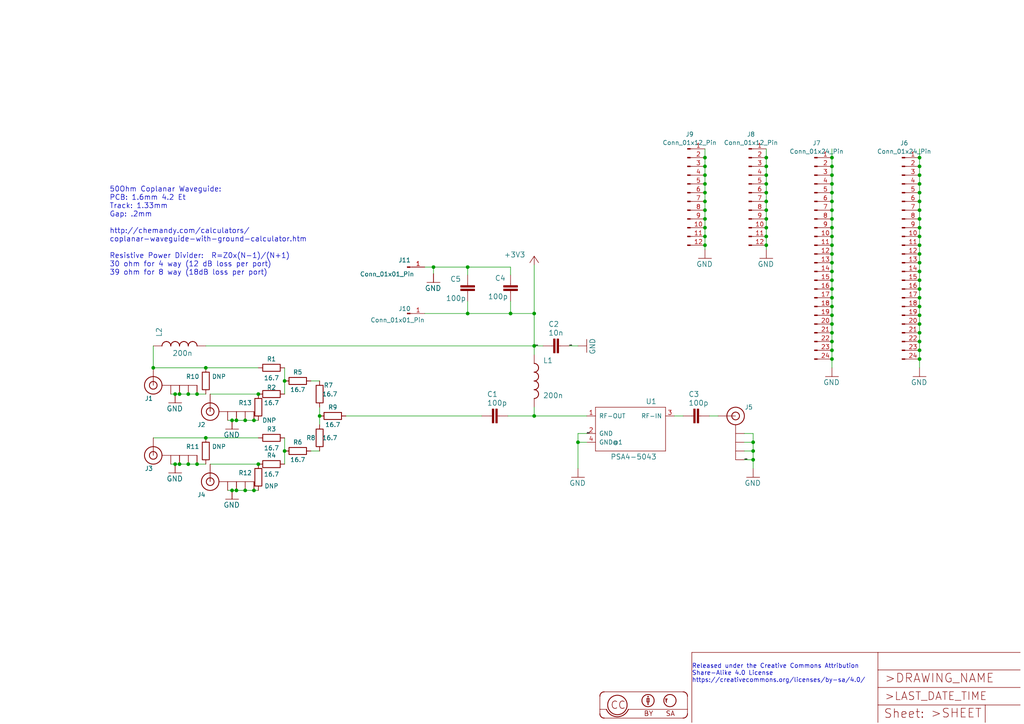
<source format=kicad_sch>
(kicad_sch (version 20230121) (generator eeschema)
  (paper "A4")
  (lib_symbols
    (symbol "ActiveSplitter-eagle-import:+3V3" (power) (pin_names (offset 1.016))
      (property "Value" "+3V3" (at -2.54 -5.08 90))
      (symbol "+3V3_1_0"
        (polyline (pts (xy 0 0) (xy -1.27 -1.905)))
        (polyline (pts (xy 1.27 -1.905) (xy 0 0)))
        (pin power_in line (at 0 -2.54 90) (length 2.54) (name "+3V3") (number "1"))
      )
    )
    (symbol "ActiveSplitter-eagle-import:C-EUC0603" (pin_names (offset 1.016))
      (property "Reference" "C" (at 1.524 0.381 0))
      (property "Value" "C-EUC0603" (at 1.524 -4.699 0))
      (symbol "C-EUC0603_1_0"
        (rectangle (start -2.032 -2.032) (end 2.032 -1.524) (fill (type outline)))
        (rectangle (start -2.032 -1.016) (end 2.032 -0.508) (fill (type outline)))
        (polyline (pts (xy 0 -2.54) (xy 0 -2.032)))
        (polyline (pts (xy 0 0) (xy 0 -0.508)))
        (pin passive line (at 0 2.54 270) (length 2.54) (name "1") (number "1"))
        (pin passive line (at 0 -5.08 90) (length 2.54) (name "2") (number "2"))
      )
    )
    (symbol "ActiveSplitter-eagle-import:CC_BY-SA" (pin_names (offset 1.016))
      (property "Value" "CC_BY-SA" (at 16.764 0 0))
      (symbol "CC_BY-SA_1_0"
        (polyline (pts (xy 0 1.27) (xy 0 2.54)))
        (polyline (pts (xy 0 2.54) (xy 0 6.35)))
        (polyline (pts (xy 0 2.54) (xy 1.905 2.54)))
        (polyline (pts (xy 1.27 7.62) (xy 24.13 7.62)))
        (polyline (pts (xy 13.589 4.699) (xy 13.589 5.715)))
        (polyline (pts (xy 13.589 5.715) (xy 14.351 5.715)))
        (polyline (pts (xy 13.843 3.937) (xy 13.843 5.715)))
        (polyline (pts (xy 13.843 5.715) (xy 14.097 5.715)))
        (polyline (pts (xy 13.843 6.096) (xy 13.843 6.35)))
        (polyline (pts (xy 13.843 6.35) (xy 14.097 6.35)))
        (polyline (pts (xy 14.097 3.937) (xy 13.843 3.937)))
        (polyline (pts (xy 14.097 5.715) (xy 14.097 3.937)))
        (polyline (pts (xy 14.097 6.096) (xy 13.843 6.096)))
        (polyline (pts (xy 14.097 6.35) (xy 14.097 6.096)))
        (polyline (pts (xy 14.351 4.699) (xy 13.589 4.699)))
        (polyline (pts (xy 14.351 5.715) (xy 14.351 4.699)))
        (polyline (pts (xy 19.05 5.588) (xy 19.304 5.334)))
        (polyline (pts (xy 19.05 5.588) (xy 19.558 5.588)))
        (polyline (pts (xy 19.304 5.08) (xy 19.05 5.588)))
        (polyline (pts (xy 19.558 5.588) (xy 19.304 5.08)))
        (polyline (pts (xy 24.13 0) (xy 1.27 0)))
        (polyline (pts (xy 25.4 2.54) (xy 8.255 2.54)))
        (polyline (pts (xy 25.4 2.54) (xy 25.4 1.27)))
        (polyline (pts (xy 25.4 6.35) (xy 25.4 2.54)))
        (arc (start 0 1.27) (mid 0.372 0.372) (end 1.27 0) (stroke (width 0.254)))
        (arc (start 1.27 7.62) (mid 0.372 7.248) (end 0 6.35) (stroke (width 0.254)))
        (arc (start 1.905 2.54) (mid 5.08 0.3904) (end 8.255 2.54) (stroke (width 0.254)))
        (circle (center 5.08 3.81) (radius 2.8194) (stroke (width 0.254)))
        (circle (center 13.97 5.08) (radius 1.778) (stroke (width 0.254)))
        (arc (start 19.304 5.588) (mid 19.1841 5.08) (end 19.304 4.572) (stroke (width 0.254)))
        (circle (center 20.32 5.08) (radius 1.778) (stroke (width 0.254)))
        (arc (start 24.13 0) (mid 25.028 0.372) (end 25.4 1.27) (stroke (width 0.254)))
        (arc (start 25.4 6.35) (mid 25.028 7.248) (end 24.13 7.62) (stroke (width 0.254)))
        (text "BY" (at 12.7 0.508 0) (effects (font (size 1.4224 1.4224)) (justify left bottom)))
        (text "CC" (at 3.048 2.54 0) (effects (font (size 2.159 2.159)) (justify left bottom)))
        (text "SA" (at 19.05 0.508 0) (effects (font (size 1.4224 1.4224)) (justify left bottom)))
      )
      (symbol "CC_BY-SA_2_0"
        (text "Attribution Share-Alike 3.0 License" (at 0 5.08 0) (effects (font (size 1.4224 1.4224)) (justify left bottom)))
        (text "Design by:" (at 0 0 0) (effects (font (size 1.4986 1.4986)) (justify left bottom)))
        (text "http://creativecommons.org/licenses/by-sa/3.0" (at 0 2.54 0) (effects (font (size 1.143 1.143)) (justify left bottom)))
        (text "Released under the Creative Commons" (at 0 7.62 0) (effects (font (size 1.4224 1.4224)) (justify left bottom)))
      )
    )
    (symbol "ActiveSplitter-eagle-import:DINA5_L" (pin_names (offset 1.016))
      (symbol "DINA5_L_1_0"
        (polyline (pts (xy 85.09 3.81) (xy 85.09 24.13)))
        (polyline (pts (xy 85.09 24.13) (xy 139.065 24.13)))
        (polyline (pts (xy 139.065 8.89) (xy 139.065 3.81)))
        (polyline (pts (xy 139.065 8.89) (xy 139.065 13.97)))
        (polyline (pts (xy 139.065 13.97) (xy 139.065 19.05)))
        (polyline (pts (xy 139.065 13.97) (xy 180.34 13.97)))
        (polyline (pts (xy 139.065 19.05) (xy 139.065 24.13)))
        (polyline (pts (xy 139.065 19.05) (xy 180.34 19.05)))
        (polyline (pts (xy 139.065 24.13) (xy 180.34 24.13)))
        (polyline (pts (xy 170.18 3.81) (xy 170.18 8.89)))
        (polyline (pts (xy 170.18 8.89) (xy 139.065 8.89)))
        (polyline (pts (xy 170.18 8.89) (xy 180.34 8.89)))
        (text ">DRAWING_NAME" (at 140.97 15.24 0) (effects (font (size 2.54 2.54)) (justify left bottom)))
        (text ">LAST_DATE_TIME" (at 140.97 10.16 0) (effects (font (size 2.286 2.286)) (justify left bottom)))
        (text ">SHEET" (at 154.305 5.08 0) (effects (font (size 2.54 2.54)) (justify left bottom)))
        (text "Sheet:" (at 140.716 4.953 0) (effects (font (size 2.54 2.54)) (justify left bottom)))
      )
    )
    (symbol "ActiveSplitter-eagle-import:GND" (power) (pin_names (offset 1.016))
      (property "Value" "GND" (at -2.54 -2.54 0))
      (symbol "GND_1_0"
        (polyline (pts (xy -1.905 0) (xy 1.905 0)))
        (pin power_in line (at 0 2.54 270) (length 2.54) (name "GND") (number "1"))
      )
    )
    (symbol "ActiveSplitter-eagle-import:INDUCTOR0603" (pin_names (offset 1.016))
      (property "Reference" "L" (at 2.54 5.08 0))
      (property "Value" "INDUCTOR0603" (at 2.54 -5.08 0))
      (symbol "INDUCTOR0603_1_0"
        (arc (start 0 -5.08) (mid 0.898 -4.708) (end 1.27 -3.81) (stroke (width 0.254)))
        (arc (start 0 -2.54) (mid 0.898 -2.168) (end 1.27 -1.27) (stroke (width 0.254)))
        (arc (start 0 0) (mid 0.898 0.372) (end 1.27 1.27) (stroke (width 0.254)))
        (arc (start 0 2.54) (mid 0.898 2.912) (end 1.27 3.81) (stroke (width 0.254)))
        (arc (start 1.27 -3.81) (mid 0.898 -2.912) (end 0 -2.54) (stroke (width 0.254)))
        (arc (start 1.27 -1.27) (mid 0.898 -0.372) (end 0 0) (stroke (width 0.254)))
        (arc (start 1.27 1.27) (mid 0.898 2.168) (end 0 2.54) (stroke (width 0.254)))
        (arc (start 1.27 3.81) (mid 0.898 4.708) (end 0 5.08) (stroke (width 0.254)))
        (pin passive line (at 0 7.62 270) (length 2.54) (name "1") (number "1"))
        (pin passive line (at 0 -7.62 90) (length 2.54) (name "2") (number "2"))
      )
    )
    (symbol "ActiveSplitter-eagle-import:PSA4-5043" (pin_names (offset 1.016))
      (property "Reference" "U" (at -7.62 10.16 0))
      (property "Value" "PSA4-5043" (at -7.62 -7.62 0))
      (symbol "PSA4-5043_1_0"
        (polyline (pts (xy -10.16 -5.08) (xy 10.16 -5.08)))
        (polyline (pts (xy -10.16 7.62) (xy -10.16 -5.08)))
        (polyline (pts (xy 10.16 -5.08) (xy 10.16 7.62)))
        (polyline (pts (xy 10.16 7.62) (xy -10.16 7.62)))
        (pin bidirectional line (at 12.7 5.08 180) (length 2.54) (name "RF-OUT") (number "1"))
        (pin bidirectional line (at 12.7 0 180) (length 2.54) (name "GND") (number "2"))
        (pin bidirectional line (at -12.7 5.08 0) (length 2.54) (name "RF-IN") (number "3"))
        (pin bidirectional line (at 12.7 -2.54 180) (length 2.54) (name "GND@1") (number "4"))
      )
    )
    (symbol "ActiveSplitter-eagle-import:SMA_EDGE" (pin_names (offset 1.016))
      (symbol "SMA_EDGE_1_0"
        (polyline (pts (xy 0 -2.54) (xy 0 -12.7)))
        (circle (center 0 0) (radius 1.1176) (stroke (width 0.254)))
        (circle (center 0 0) (radius 2.54) (stroke (width 0.254)))
        (pin bidirectional line (at 5.08 0 180) (length 5.08) (name "SIGNAL") (number "1"))
        (pin bidirectional line (at -2.54 -12.7 0) (length 2.54) (name "2") (number "2"))
        (pin bidirectional line (at -2.54 -10.16 0) (length 2.54) (name "2") (number "2"))
        (pin bidirectional line (at -2.54 -7.62 0) (length 2.54) (name "2") (number "2"))
        (pin bidirectional line (at -2.54 -5.08 0) (length 2.54) (name "2") (number "2"))
      )
    )
    (symbol "Connector:Conn_01x01_Pin" (pin_names (offset 1.016) hide)
      (property "Reference" "J" (at 0 2.54 0))
      (property "Value" "Conn_01x01_Pin" (at 0 -2.54 0))
      (symbol "Conn_01x01_Pin_1_1"
        (polyline (pts (xy 1.27 0) (xy 0.8636 0)) (stroke (width 0.1524)))
        (rectangle (start 0.8636 0.127) (end 0 -0.127) (stroke (width 0.1524)) (fill (type outline)))
        (pin passive line (at 5.08 0 180) (length 3.81) (name "Pin_1") (number "1"))
      )
    )
    (symbol "Connector:Conn_01x12_Pin" (pin_names (offset 1.016) hide)
      (property "Reference" "J" (at 0 15.24 0))
      (property "Value" "Conn_01x12_Pin" (at 0 -17.78 0))
      (symbol "Conn_01x12_Pin_1_1"
        (polyline (pts (xy 1.27 -15.24) (xy 0.8636 -15.24)) (stroke (width 0.1524)))
        (polyline (pts (xy 1.27 -12.7) (xy 0.8636 -12.7)) (stroke (width 0.1524)))
        (polyline (pts (xy 1.27 -10.16) (xy 0.8636 -10.16)) (stroke (width 0.1524)))
        (polyline (pts (xy 1.27 -7.62) (xy 0.8636 -7.62)) (stroke (width 0.1524)))
        (polyline (pts (xy 1.27 -5.08) (xy 0.8636 -5.08)) (stroke (width 0.1524)))
        (polyline (pts (xy 1.27 -2.54) (xy 0.8636 -2.54)) (stroke (width 0.1524)))
        (polyline (pts (xy 1.27 0) (xy 0.8636 0)) (stroke (width 0.1524)))
        (polyline (pts (xy 1.27 2.54) (xy 0.8636 2.54)) (stroke (width 0.1524)))
        (polyline (pts (xy 1.27 5.08) (xy 0.8636 5.08)) (stroke (width 0.1524)))
        (polyline (pts (xy 1.27 7.62) (xy 0.8636 7.62)) (stroke (width 0.1524)))
        (polyline (pts (xy 1.27 10.16) (xy 0.8636 10.16)) (stroke (width 0.1524)))
        (polyline (pts (xy 1.27 12.7) (xy 0.8636 12.7)) (stroke (width 0.1524)))
        (rectangle (start 0.8636 -15.113) (end 0 -15.367) (stroke (width 0.1524)) (fill (type outline)))
        (rectangle (start 0.8636 -12.573) (end 0 -12.827) (stroke (width 0.1524)) (fill (type outline)))
        (rectangle (start 0.8636 -10.033) (end 0 -10.287) (stroke (width 0.1524)) (fill (type outline)))
        (rectangle (start 0.8636 -7.493) (end 0 -7.747) (stroke (width 0.1524)) (fill (type outline)))
        (rectangle (start 0.8636 -4.953) (end 0 -5.207) (stroke (width 0.1524)) (fill (type outline)))
        (rectangle (start 0.8636 -2.413) (end 0 -2.667) (stroke (width 0.1524)) (fill (type outline)))
        (rectangle (start 0.8636 0.127) (end 0 -0.127) (stroke (width 0.1524)) (fill (type outline)))
        (rectangle (start 0.8636 2.667) (end 0 2.413) (stroke (width 0.1524)) (fill (type outline)))
        (rectangle (start 0.8636 5.207) (end 0 4.953) (stroke (width 0.1524)) (fill (type outline)))
        (rectangle (start 0.8636 7.747) (end 0 7.493) (stroke (width 0.1524)) (fill (type outline)))
        (rectangle (start 0.8636 10.287) (end 0 10.033) (stroke (width 0.1524)) (fill (type outline)))
        (rectangle (start 0.8636 12.827) (end 0 12.573) (stroke (width 0.1524)) (fill (type outline)))
        (pin passive line (at 5.08 12.7 180) (length 3.81) (name "Pin_1") (number "1"))
        (pin passive line (at 5.08 -10.16 180) (length 3.81) (name "Pin_10") (number "10"))
        (pin passive line (at 5.08 -12.7 180) (length 3.81) (name "Pin_11") (number "11"))
        (pin passive line (at 5.08 -15.24 180) (length 3.81) (name "Pin_12") (number "12"))
        (pin passive line (at 5.08 10.16 180) (length 3.81) (name "Pin_2") (number "2"))
        (pin passive line (at 5.08 7.62 180) (length 3.81) (name "Pin_3") (number "3"))
        (pin passive line (at 5.08 5.08 180) (length 3.81) (name "Pin_4") (number "4"))
        (pin passive line (at 5.08 2.54 180) (length 3.81) (name "Pin_5") (number "5"))
        (pin passive line (at 5.08 0 180) (length 3.81) (name "Pin_6") (number "6"))
        (pin passive line (at 5.08 -2.54 180) (length 3.81) (name "Pin_7") (number "7"))
        (pin passive line (at 5.08 -5.08 180) (length 3.81) (name "Pin_8") (number "8"))
        (pin passive line (at 5.08 -7.62 180) (length 3.81) (name "Pin_9") (number "9"))
      )
    )
    (symbol "Connector:Conn_01x24_Pin" (pin_names (offset 1.016) hide)
      (property "Reference" "J" (at 0 30.48 0))
      (property "Value" "Conn_01x24_Pin" (at 0 -33.02 0))
      (symbol "Conn_01x24_Pin_1_1"
        (polyline (pts (xy 1.27 -30.48) (xy 0.8636 -30.48)) (stroke (width 0.1524)))
        (polyline (pts (xy 1.27 -27.94) (xy 0.8636 -27.94)) (stroke (width 0.1524)))
        (polyline (pts (xy 1.27 -25.4) (xy 0.8636 -25.4)) (stroke (width 0.1524)))
        (polyline (pts (xy 1.27 -22.86) (xy 0.8636 -22.86)) (stroke (width 0.1524)))
        (polyline (pts (xy 1.27 -20.32) (xy 0.8636 -20.32)) (stroke (width 0.1524)))
        (polyline (pts (xy 1.27 -17.78) (xy 0.8636 -17.78)) (stroke (width 0.1524)))
        (polyline (pts (xy 1.27 -15.24) (xy 0.8636 -15.24)) (stroke (width 0.1524)))
        (polyline (pts (xy 1.27 -12.7) (xy 0.8636 -12.7)) (stroke (width 0.1524)))
        (polyline (pts (xy 1.27 -10.16) (xy 0.8636 -10.16)) (stroke (width 0.1524)))
        (polyline (pts (xy 1.27 -7.62) (xy 0.8636 -7.62)) (stroke (width 0.1524)))
        (polyline (pts (xy 1.27 -5.08) (xy 0.8636 -5.08)) (stroke (width 0.1524)))
        (polyline (pts (xy 1.27 -2.54) (xy 0.8636 -2.54)) (stroke (width 0.1524)))
        (polyline (pts (xy 1.27 0) (xy 0.8636 0)) (stroke (width 0.1524)))
        (polyline (pts (xy 1.27 2.54) (xy 0.8636 2.54)) (stroke (width 0.1524)))
        (polyline (pts (xy 1.27 5.08) (xy 0.8636 5.08)) (stroke (width 0.1524)))
        (polyline (pts (xy 1.27 7.62) (xy 0.8636 7.62)) (stroke (width 0.1524)))
        (polyline (pts (xy 1.27 10.16) (xy 0.8636 10.16)) (stroke (width 0.1524)))
        (polyline (pts (xy 1.27 12.7) (xy 0.8636 12.7)) (stroke (width 0.1524)))
        (polyline (pts (xy 1.27 15.24) (xy 0.8636 15.24)) (stroke (width 0.1524)))
        (polyline (pts (xy 1.27 17.78) (xy 0.8636 17.78)) (stroke (width 0.1524)))
        (polyline (pts (xy 1.27 20.32) (xy 0.8636 20.32)) (stroke (width 0.1524)))
        (polyline (pts (xy 1.27 22.86) (xy 0.8636 22.86)) (stroke (width 0.1524)))
        (polyline (pts (xy 1.27 25.4) (xy 0.8636 25.4)) (stroke (width 0.1524)))
        (polyline (pts (xy 1.27 27.94) (xy 0.8636 27.94)) (stroke (width 0.1524)))
        (rectangle (start 0.8636 -30.353) (end 0 -30.607) (stroke (width 0.1524)) (fill (type outline)))
        (rectangle (start 0.8636 -27.813) (end 0 -28.067) (stroke (width 0.1524)) (fill (type outline)))
        (rectangle (start 0.8636 -25.273) (end 0 -25.527) (stroke (width 0.1524)) (fill (type outline)))
        (rectangle (start 0.8636 -22.733) (end 0 -22.987) (stroke (width 0.1524)) (fill (type outline)))
        (rectangle (start 0.8636 -20.193) (end 0 -20.447) (stroke (width 0.1524)) (fill (type outline)))
        (rectangle (start 0.8636 -17.653) (end 0 -17.907) (stroke (width 0.1524)) (fill (type outline)))
        (rectangle (start 0.8636 -15.113) (end 0 -15.367) (stroke (width 0.1524)) (fill (type outline)))
        (rectangle (start 0.8636 -12.573) (end 0 -12.827) (stroke (width 0.1524)) (fill (type outline)))
        (rectangle (start 0.8636 -10.033) (end 0 -10.287) (stroke (width 0.1524)) (fill (type outline)))
        (rectangle (start 0.8636 -7.493) (end 0 -7.747) (stroke (width 0.1524)) (fill (type outline)))
        (rectangle (start 0.8636 -4.953) (end 0 -5.207) (stroke (width 0.1524)) (fill (type outline)))
        (rectangle (start 0.8636 -2.413) (end 0 -2.667) (stroke (width 0.1524)) (fill (type outline)))
        (rectangle (start 0.8636 0.127) (end 0 -0.127) (stroke (width 0.1524)) (fill (type outline)))
        (rectangle (start 0.8636 2.667) (end 0 2.413) (stroke (width 0.1524)) (fill (type outline)))
        (rectangle (start 0.8636 5.207) (end 0 4.953) (stroke (width 0.1524)) (fill (type outline)))
        (rectangle (start 0.8636 7.747) (end 0 7.493) (stroke (width 0.1524)) (fill (type outline)))
        (rectangle (start 0.8636 10.287) (end 0 10.033) (stroke (width 0.1524)) (fill (type outline)))
        (rectangle (start 0.8636 12.827) (end 0 12.573) (stroke (width 0.1524)) (fill (type outline)))
        (rectangle (start 0.8636 15.367) (end 0 15.113) (stroke (width 0.1524)) (fill (type outline)))
        (rectangle (start 0.8636 17.907) (end 0 17.653) (stroke (width 0.1524)) (fill (type outline)))
        (rectangle (start 0.8636 20.447) (end 0 20.193) (stroke (width 0.1524)) (fill (type outline)))
        (rectangle (start 0.8636 22.987) (end 0 22.733) (stroke (width 0.1524)) (fill (type outline)))
        (rectangle (start 0.8636 25.527) (end 0 25.273) (stroke (width 0.1524)) (fill (type outline)))
        (rectangle (start 0.8636 28.067) (end 0 27.813) (stroke (width 0.1524)) (fill (type outline)))
        (pin passive line (at 5.08 27.94 180) (length 3.81) (name "Pin_1") (number "1"))
        (pin passive line (at 5.08 5.08 180) (length 3.81) (name "Pin_10") (number "10"))
        (pin passive line (at 5.08 2.54 180) (length 3.81) (name "Pin_11") (number "11"))
        (pin passive line (at 5.08 0 180) (length 3.81) (name "Pin_12") (number "12"))
        (pin passive line (at 5.08 -2.54 180) (length 3.81) (name "Pin_13") (number "13"))
        (pin passive line (at 5.08 -5.08 180) (length 3.81) (name "Pin_14") (number "14"))
        (pin passive line (at 5.08 -7.62 180) (length 3.81) (name "Pin_15") (number "15"))
        (pin passive line (at 5.08 -10.16 180) (length 3.81) (name "Pin_16") (number "16"))
        (pin passive line (at 5.08 -12.7 180) (length 3.81) (name "Pin_17") (number "17"))
        (pin passive line (at 5.08 -15.24 180) (length 3.81) (name "Pin_18") (number "18"))
        (pin passive line (at 5.08 -17.78 180) (length 3.81) (name "Pin_19") (number "19"))
        (pin passive line (at 5.08 25.4 180) (length 3.81) (name "Pin_2") (number "2"))
        (pin passive line (at 5.08 -20.32 180) (length 3.81) (name "Pin_20") (number "20"))
        (pin passive line (at 5.08 -22.86 180) (length 3.81) (name "Pin_21") (number "21"))
        (pin passive line (at 5.08 -25.4 180) (length 3.81) (name "Pin_22") (number "22"))
        (pin passive line (at 5.08 -27.94 180) (length 3.81) (name "Pin_23") (number "23"))
        (pin passive line (at 5.08 -30.48 180) (length 3.81) (name "Pin_24") (number "24"))
        (pin passive line (at 5.08 22.86 180) (length 3.81) (name "Pin_3") (number "3"))
        (pin passive line (at 5.08 20.32 180) (length 3.81) (name "Pin_4") (number "4"))
        (pin passive line (at 5.08 17.78 180) (length 3.81) (name "Pin_5") (number "5"))
        (pin passive line (at 5.08 15.24 180) (length 3.81) (name "Pin_6") (number "6"))
        (pin passive line (at 5.08 12.7 180) (length 3.81) (name "Pin_7") (number "7"))
        (pin passive line (at 5.08 10.16 180) (length 3.81) (name "Pin_8") (number "8"))
        (pin passive line (at 5.08 7.62 180) (length 3.81) (name "Pin_9") (number "9"))
      )
    )
    (symbol "Device:R" (pin_numbers hide) (pin_names (offset 0))
      (property "Reference" "R" (at 2.032 0 90))
      (property "Value" "R" (at 0 0 90))
      (symbol "R_0_1"
        (rectangle (start -1.016 -2.54) (end 1.016 2.54) (stroke (width 0.254)))
      )
      (symbol "R_1_1"
        (pin passive line (at 0 3.81 270) (length 1.27) (name "~") (number "1"))
        (pin passive line (at 0 -3.81 90) (length 1.27) (name "~") (number "2"))
      )
    )
  )
  (junction (at 241.3 58.42))
  (junction (at 167.64 128.27))
  (junction (at 266.7 68.58))
  (junction (at 266.7 71.12))
  (junction (at 222.25 50.8))
  (junction (at 241.3 68.58))
  (junction (at 204.47 48.26))
  (junction (at 71.12 142.24))
  (junction (at 148.082 90.932))
  (junction (at 59.69 127))
  (junction (at 68.58 121.92))
  (junction (at 54.61 114.3))
  (junction (at 241.3 101.6))
  (junction (at 52.07 114.3))
  (junction (at 222.25 55.88))
  (junction (at 135.636 90.932))
  (junction (at 125.73 77.47))
  (junction (at 241.3 81.28))
  (junction (at 266.7 101.6))
  (junction (at 204.47 68.58))
  (junction (at 68.58 142.24))
  (junction (at 204.47 60.96))
  (junction (at 241.3 76.2))
  (junction (at 241.3 86.36))
  (junction (at 266.7 53.34))
  (junction (at 57.15 134.62))
  (junction (at 241.3 63.5))
  (junction (at 204.47 63.5))
  (junction (at 266.7 45.72))
  (junction (at 241.3 73.66))
  (junction (at 204.47 66.04))
  (junction (at 73.66 142.24))
  (junction (at 266.7 83.82))
  (junction (at 222.25 68.58))
  (junction (at 218.44 128.27))
  (junction (at 204.47 71.12))
  (junction (at 222.25 58.42))
  (junction (at 266.7 76.2))
  (junction (at 50.8 134.62))
  (junction (at 241.3 83.82))
  (junction (at 266.7 91.44))
  (junction (at 241.3 45.72))
  (junction (at 241.3 50.8))
  (junction (at 52.07 134.62))
  (junction (at 241.3 88.9))
  (junction (at 266.7 50.8))
  (junction (at 266.7 73.66))
  (junction (at 222.25 60.96))
  (junction (at 241.3 104.14))
  (junction (at 266.7 99.06))
  (junction (at 241.3 99.06))
  (junction (at 54.61 134.62))
  (junction (at 241.3 48.26))
  (junction (at 44.45 106.68))
  (junction (at 222.25 48.26))
  (junction (at 266.7 63.5))
  (junction (at 241.3 71.12))
  (junction (at 266.7 58.42))
  (junction (at 266.7 88.9))
  (junction (at 50.8 114.3))
  (junction (at 222.25 53.34))
  (junction (at 154.94 120.65))
  (junction (at 154.94 90.932))
  (junction (at 67.31 142.24))
  (junction (at 222.25 45.72))
  (junction (at 73.66 121.92))
  (junction (at 241.3 78.74))
  (junction (at 266.7 104.14))
  (junction (at 204.47 45.72))
  (junction (at 67.31 121.92))
  (junction (at 74.93 114.3))
  (junction (at 241.3 55.88))
  (junction (at 222.25 63.5))
  (junction (at 154.94 100.33))
  (junction (at 266.7 55.88))
  (junction (at 266.7 78.74))
  (junction (at 82.55 110.49))
  (junction (at 241.3 66.04))
  (junction (at 71.12 121.92))
  (junction (at 222.25 71.12))
  (junction (at 82.55 130.81))
  (junction (at 266.7 81.28))
  (junction (at 241.3 93.98))
  (junction (at 222.25 66.04))
  (junction (at 266.7 86.36))
  (junction (at 241.3 96.52))
  (junction (at 204.47 58.42))
  (junction (at 266.7 48.26))
  (junction (at 74.93 134.62))
  (junction (at 266.7 96.52))
  (junction (at 218.44 133.35))
  (junction (at 59.69 106.68))
  (junction (at 266.7 60.96))
  (junction (at 241.3 91.44))
  (junction (at 57.15 114.3))
  (junction (at 92.71 120.65))
  (junction (at 218.44 130.81))
  (junction (at 241.3 60.96))
  (junction (at 266.7 93.98))
  (junction (at 241.3 53.34))
  (junction (at 135.636 77.47))
  (junction (at 204.47 53.34))
  (junction (at 204.47 55.88))
  (junction (at 204.47 50.8))
  (junction (at 266.7 66.04))
  (wire (pts (xy 170.18 125.73) (xy 167.64 125.73)))
  (wire (pts (xy 90.17 130.81) (xy 92.71 130.81)))
  (wire (pts (xy 135.636 79.756) (xy 135.636 77.47)))
  (wire (pts (xy 44.45 106.68) (xy 59.69 106.68)))
  (wire (pts (xy 92.71 120.65) (xy 92.71 123.19)))
  (wire (pts (xy 222.25 45.72) (xy 222.25 48.26)))
  (wire (pts (xy 44.45 106.68) (xy 44.45 100.33)))
  (wire (pts (xy 66.04 142.24) (xy 67.31 142.24)))
  (wire (pts (xy 49.53 134.62) (xy 50.8 134.62)))
  (wire (pts (xy 266.7 63.5) (xy 266.7 66.04)))
  (wire (pts (xy 266.7 96.52) (xy 266.7 99.06)))
  (wire (pts (xy 59.69 100.33) (xy 154.94 100.33)))
  (wire (pts (xy 222.25 68.58) (xy 222.25 71.12)))
  (wire (pts (xy 204.47 45.72) (xy 204.47 48.26)))
  (wire (pts (xy 148.082 77.47) (xy 148.082 79.756)))
  (wire (pts (xy 266.7 81.28) (xy 266.7 83.82)))
  (wire (pts (xy 266.7 99.06) (xy 266.7 101.6)))
  (wire (pts (xy 167.64 128.27) (xy 167.64 135.89)))
  (wire (pts (xy 82.55 106.68) (xy 82.55 110.49)))
  (wire (pts (xy 266.7 91.44) (xy 266.7 93.98)))
  (wire (pts (xy 266.7 48.26) (xy 266.7 50.8)))
  (wire (pts (xy 222.25 66.04) (xy 222.25 68.58)))
  (wire (pts (xy 241.3 43.18) (xy 241.3 45.72)))
  (wire (pts (xy 266.7 71.12) (xy 266.7 73.66)))
  (wire (pts (xy 222.25 63.5) (xy 222.25 66.04)))
  (wire (pts (xy 241.3 53.34) (xy 241.3 55.88)))
  (wire (pts (xy 82.55 130.81) (xy 82.55 134.62)))
  (wire (pts (xy 198.12 120.65) (xy 195.58 120.65)))
  (wire (pts (xy 241.3 71.12) (xy 241.3 73.66)))
  (wire (pts (xy 241.3 104.14) (xy 241.3 106.68)))
  (wire (pts (xy 147.32 120.65) (xy 154.94 120.65)))
  (wire (pts (xy 71.12 142.24) (xy 73.66 142.24)))
  (wire (pts (xy 222.25 58.42) (xy 222.25 60.96)))
  (wire (pts (xy 204.47 71.12) (xy 204.47 72.39)))
  (wire (pts (xy 44.45 127) (xy 59.69 127)))
  (wire (pts (xy 73.66 121.92) (xy 74.93 121.92)))
  (wire (pts (xy 57.15 114.3) (xy 59.69 114.3)))
  (wire (pts (xy 266.7 43.18) (xy 266.7 45.72)))
  (wire (pts (xy 204.47 68.58) (xy 204.47 71.12)))
  (wire (pts (xy 52.07 114.3) (xy 54.61 114.3)))
  (wire (pts (xy 204.47 58.42) (xy 204.47 60.96)))
  (wire (pts (xy 135.636 90.932) (xy 148.082 90.932)))
  (wire (pts (xy 241.3 83.82) (xy 241.3 86.36)))
  (wire (pts (xy 241.3 91.44) (xy 241.3 93.98)))
  (wire (pts (xy 170.18 128.27) (xy 167.64 128.27)))
  (wire (pts (xy 222.25 71.12) (xy 222.25 72.39)))
  (wire (pts (xy 266.7 66.04) (xy 266.7 68.58)))
  (wire (pts (xy 266.7 50.8) (xy 266.7 53.34)))
  (wire (pts (xy 266.7 88.9) (xy 266.7 91.44)))
  (wire (pts (xy 204.47 50.8) (xy 204.47 53.34)))
  (wire (pts (xy 266.7 86.36) (xy 266.7 88.9)))
  (wire (pts (xy 218.44 133.35) (xy 218.44 135.89)))
  (wire (pts (xy 266.7 78.74) (xy 266.7 81.28)))
  (wire (pts (xy 71.12 121.92) (xy 73.66 121.92)))
  (wire (pts (xy 241.3 68.58) (xy 241.3 71.12)))
  (wire (pts (xy 241.3 93.98) (xy 241.3 96.52)))
  (wire (pts (xy 222.25 43.18) (xy 222.25 45.72)))
  (wire (pts (xy 241.3 66.04) (xy 241.3 68.58)))
  (wire (pts (xy 241.3 86.36) (xy 241.3 88.9)))
  (wire (pts (xy 92.71 120.65) (xy 92.71 118.11)))
  (wire (pts (xy 218.44 128.27) (xy 218.44 130.81)))
  (wire (pts (xy 59.69 127) (xy 74.93 127)))
  (wire (pts (xy 222.25 60.96) (xy 222.25 63.5)))
  (wire (pts (xy 123.19 90.932) (xy 135.636 90.932)))
  (wire (pts (xy 266.7 101.6) (xy 266.7 104.14)))
  (wire (pts (xy 68.58 121.92) (xy 67.31 121.92)))
  (wire (pts (xy 241.3 50.8) (xy 241.3 53.34)))
  (wire (pts (xy 59.69 106.68) (xy 74.93 106.68)))
  (wire (pts (xy 266.7 53.34) (xy 266.7 55.88)))
  (wire (pts (xy 222.25 50.8) (xy 222.25 53.34)))
  (wire (pts (xy 266.7 73.66) (xy 266.7 76.2)))
  (wire (pts (xy 66.04 121.92) (xy 67.31 121.92)))
  (wire (pts (xy 100.33 120.65) (xy 139.7 120.65)))
  (wire (pts (xy 241.3 60.96) (xy 241.3 63.5)))
  (wire (pts (xy 52.07 134.62) (xy 50.8 134.62)))
  (wire (pts (xy 266.7 60.96) (xy 266.7 63.5)))
  (wire (pts (xy 52.07 134.62) (xy 54.61 134.62)))
  (wire (pts (xy 204.47 48.26) (xy 204.47 50.8)))
  (wire (pts (xy 148.082 90.932) (xy 154.94 90.932)))
  (wire (pts (xy 218.44 130.81) (xy 218.44 133.35)))
  (wire (pts (xy 215.9 125.73) (xy 218.44 125.73)))
  (wire (pts (xy 135.636 77.47) (xy 148.082 77.47)))
  (wire (pts (xy 135.636 87.376) (xy 135.636 90.932)))
  (wire (pts (xy 60.96 114.3) (xy 74.93 114.3)))
  (wire (pts (xy 204.47 55.88) (xy 204.47 58.42)))
  (wire (pts (xy 241.3 81.28) (xy 241.3 83.82)))
  (wire (pts (xy 154.94 76.835) (xy 154.94 90.932)))
  (wire (pts (xy 92.71 110.49) (xy 90.17 110.49)))
  (wire (pts (xy 241.3 58.42) (xy 241.3 60.96)))
  (wire (pts (xy 241.3 99.06) (xy 241.3 101.6)))
  (wire (pts (xy 125.73 77.47) (xy 135.636 77.47)))
  (wire (pts (xy 241.3 96.52) (xy 241.3 99.06)))
  (wire (pts (xy 222.25 53.34) (xy 222.25 55.88)))
  (wire (pts (xy 60.96 134.62) (xy 74.93 134.62)))
  (wire (pts (xy 54.61 134.62) (xy 57.15 134.62)))
  (wire (pts (xy 222.25 55.88) (xy 222.25 58.42)))
  (wire (pts (xy 123.19 77.47) (xy 125.73 77.47)))
  (wire (pts (xy 266.7 76.2) (xy 266.7 78.74)))
  (wire (pts (xy 266.7 58.42) (xy 266.7 60.96)))
  (wire (pts (xy 241.3 73.66) (xy 241.3 76.2)))
  (wire (pts (xy 266.7 55.88) (xy 266.7 58.42)))
  (wire (pts (xy 204.47 53.34) (xy 204.47 55.88)))
  (wire (pts (xy 125.73 77.47) (xy 125.73 79.375)))
  (wire (pts (xy 205.74 120.65) (xy 208.28 120.65)))
  (wire (pts (xy 218.44 125.73) (xy 218.44 128.27)))
  (wire (pts (xy 68.58 142.24) (xy 67.31 142.24)))
  (wire (pts (xy 154.94 100.33) (xy 157.48 100.33)))
  (wire (pts (xy 148.082 87.376) (xy 148.082 90.932)))
  (wire (pts (xy 241.3 76.2) (xy 241.3 78.74)))
  (wire (pts (xy 204.47 60.96) (xy 204.47 63.5)))
  (wire (pts (xy 204.47 43.18) (xy 204.47 45.72)))
  (wire (pts (xy 241.3 55.88) (xy 241.3 58.42)))
  (wire (pts (xy 266.7 45.72) (xy 266.7 48.26)))
  (wire (pts (xy 73.66 142.24) (xy 74.93 142.24)))
  (wire (pts (xy 241.3 63.5) (xy 241.3 66.04)))
  (wire (pts (xy 154.94 90.932) (xy 154.94 100.33)))
  (wire (pts (xy 49.53 114.3) (xy 50.8 114.3)))
  (wire (pts (xy 215.9 133.35) (xy 218.44 133.35)))
  (wire (pts (xy 68.58 121.92) (xy 71.12 121.92)))
  (wire (pts (xy 54.61 114.3) (xy 57.15 114.3)))
  (wire (pts (xy 204.47 66.04) (xy 204.47 68.58)))
  (wire (pts (xy 266.7 68.58) (xy 266.7 71.12)))
  (wire (pts (xy 266.7 104.14) (xy 266.7 106.68)))
  (wire (pts (xy 215.9 130.81) (xy 218.44 130.81)))
  (wire (pts (xy 222.25 48.26) (xy 222.25 50.8)))
  (wire (pts (xy 154.94 102.87) (xy 154.94 100.33)))
  (wire (pts (xy 241.3 101.6) (xy 241.3 104.14)))
  (wire (pts (xy 57.15 134.62) (xy 59.69 134.62)))
  (wire (pts (xy 167.64 125.73) (xy 167.64 128.27)))
  (wire (pts (xy 266.7 83.82) (xy 266.7 86.36)))
  (wire (pts (xy 241.3 48.26) (xy 241.3 50.8)))
  (wire (pts (xy 241.3 45.72) (xy 241.3 48.26)))
  (wire (pts (xy 154.94 120.65) (xy 154.94 118.11)))
  (wire (pts (xy 68.58 142.24) (xy 71.12 142.24)))
  (wire (pts (xy 154.94 120.65) (xy 170.18 120.65)))
  (wire (pts (xy 215.9 128.27) (xy 218.44 128.27)))
  (wire (pts (xy 52.07 114.3) (xy 50.8 114.3)))
  (wire (pts (xy 82.55 127) (xy 82.55 130.81)))
  (wire (pts (xy 266.7 93.98) (xy 266.7 96.52)))
  (wire (pts (xy 82.55 110.49) (xy 82.55 114.3)))
  (wire (pts (xy 241.3 88.9) (xy 241.3 91.44)))
  (wire (pts (xy 165.1 100.33) (xy 167.64 100.33)))
  (wire (pts (xy 241.3 78.74) (xy 241.3 81.28)))
  (wire (pts (xy 204.47 63.5) (xy 204.47 66.04)))
  (text "Released under the Creative Commons Attribution \nShare-Alike 4.0 License\nhttps://creativecommons.org/licenses/by-sa/4.0/" (at 200.66 198.12 0) (effects (font (size 1.27 1.27)) (justify left bottom)))
  (text "50Ohm Coplanar Waveguide:\nPCB: 1.6mm 4.2 Et\nTrack: 1.33mm\nGap: .2mm\n\nhttp://chemandy.com/calculators/\ncoplanar-waveguide-with-ground-calculator.htm\n\nResistive Power Divider:  R=Z0x(N-1)/(N+1)\n30 ohm for 4 way (12 dB loss per port)\n39 ohm for 8 way (18dB loss per port)" (at 31.75 80.01 0) (effects (font (size 1.4986 1.4986)) (justify left bottom)))
  (label "+3V3" (at 154.94 100.33 0) (effects (font (size 0.254 0.254))))
  (label "GND" (at 215.9 133.35 0) (effects (font (size 0.254 0.254))))
  (label "GND" (at 165.1 100.33 0) (effects (font (size 0.254 0.254))))
  (label "GND" (at 170.18 125.73 0) (effects (font (size 0.254 0.254))))
  (symbol (lib_id "ActiveSplitter-eagle-import:SMA_EDGE") (at 213.36 120.65 0) (mirror y) (unit 1)
    (property "Reference" "J5" (at 217.17 118.11 0))
    (property "Value" "SMA_EDGE" (effects hide))
    (property "Footprint" "Connector_Coaxial:SMA_Amphenol_132291-12_Vertical" (effects hide))
  )
  (symbol (lib_id "ActiveSplitter-eagle-import:GND") (at 167.64 138.43 0) (unit 1)
    (property "Reference" "#GND01" (effects hide))
    (property "Value" "GND" (at 165.1 140.97 0) (effects (font (size 1.4986 1.4986)) (justify left bottom)))
  )
  (symbol (lib_id "ActiveSplitter-eagle-import:C-EUC0603") (at 142.24 120.65 90) (unit 1)
    (property "Reference" "C1" (at 141.224 115.189 90) (effects (font (size 1.4986 1.4986)) (justify right top)))
    (property "Value" "100p" (at 141.224 117.729 90) (effects (font (size 1.4986 1.4986)) (justify right top)))
    (property "Footprint" "Capacitor_SMD:C_0603_1608Metric_Pad1.08x0.95mm_HandSolder" (effects hide))
  )
  (symbol (lib_id "ActiveSplitter-eagle-import:GND") (at 218.44 138.43 0) (unit 1)
    (property "Reference" "#GND03" (effects hide))
    (property "Value" "GND" (at 215.9 140.97 0) (effects (font (size 1.4986 1.4986)) (justify left bottom)))
  )
  (symbol (lib_id "ActiveSplitter-eagle-import:C-EUC0603") (at 200.66 120.65 90) (unit 1)
    (property "Reference" "C3" (at 199.644 115.189 90) (effects (font (size 1.4986 1.4986)) (justify right top)))
    (property "Value" "100p" (at 199.644 117.729 90) (effects (font (size 1.4986 1.4986)) (justify right top)))
    (property "Footprint" "Capacitor_SMD:C_0603_1608Metric_Pad1.08x0.95mm_HandSolder" (effects hide))
  )
  (symbol (lib_id "Device:R") (at 96.52 120.65 270) (unit 1)
    (property "Reference" "R9" (at 96.52 118.11 90))
    (property "Value" "16.7" (at 96.52 123.19 90))
    (property "Footprint" "Resistor_SMD:R_0603_1608Metric_Pad0.98x0.95mm_HandSolder" (effects hide))
  )
  (symbol (lib_id "Device:R") (at 92.71 114.3 180) (unit 1)
    (property "Reference" "R7" (at 95.25 111.76 0))
    (property "Value" "16.7" (at 95.6564 114.3 0))
    (property "Footprint" "Resistor_SMD:R_0603_1608Metric_Pad0.98x0.95mm_HandSolder" (effects hide))
  )
  (symbol (lib_id "Device:R") (at 92.71 127 180) (unit 1)
    (property "Reference" "R8" (at 90.17 127 0))
    (property "Value" "16.7" (at 95.6564 127 0))
    (property "Footprint" "Resistor_SMD:R_0603_1608Metric_Pad0.98x0.95mm_HandSolder" (effects hide))
  )
  (symbol (lib_id "Device:R") (at 86.36 110.49 270) (unit 1)
    (property "Reference" "R5" (at 86.36 107.95 90))
    (property "Value" "16.7" (at 86.36 113.03 90))
    (property "Footprint" "Resistor_SMD:R_0603_1608Metric_Pad0.98x0.95mm_HandSolder" (effects hide))
  )
  (symbol (lib_id "Device:R") (at 78.74 106.68 90) (unit 1)
    (property "Reference" "R1" (at 78.74 104.14 90))
    (property "Value" "16.7" (at 78.74 109.6264 90))
    (property "Footprint" "Resistor_SMD:R_0603_1608Metric_Pad0.98x0.95mm_HandSolder" (effects hide))
  )
  (symbol (lib_id "Device:R") (at 78.74 127 90) (unit 1)
    (property "Reference" "R3" (at 78.74 124.46 90))
    (property "Value" "16.7" (at 78.74 129.9464 90))
    (property "Footprint" "Resistor_SMD:R_0603_1608Metric_Pad0.98x0.95mm_HandSolder" (effects hide))
  )
  (symbol (lib_id "Device:R") (at 78.74 134.62 90) (unit 1)
    (property "Reference" "R4" (at 78.74 132.08 90))
    (property "Value" "16.7" (at 78.74 137.5664 90))
    (property "Footprint" "Resistor_SMD:R_0603_1608Metric_Pad0.98x0.95mm_HandSolder" (effects hide))
  )
  (symbol (lib_id "Device:R") (at 78.74 114.3 90) (unit 1)
    (property "Reference" "R2" (at 78.74 112.395 90))
    (property "Value" "16.7" (at 78.74 116.84 90))
    (property "Footprint" "Resistor_SMD:R_0603_1608Metric_Pad0.98x0.95mm_HandSolder" (effects hide))
  )
  (symbol (lib_id "Device:R") (at 86.36 130.81 270) (unit 1)
    (property "Reference" "R6" (at 86.36 128.27 90))
    (property "Value" "16.7" (at 86.36 133.35 90))
    (property "Footprint" "Resistor_SMD:R_0603_1608Metric_Pad0.98x0.95mm_HandSolder" (effects hide))
  )
  (symbol (lib_id "ActiveSplitter-eagle-import:GND") (at 50.8 137.16 0) (unit 1)
    (property "Reference" "#U02" (effects hide))
    (property "Value" "GND" (at 48.26 139.7 0) (effects (font (size 1.4986 1.4986)) (justify left bottom)))
  )
  (symbol (lib_id "ActiveSplitter-eagle-import:SMA_EDGE") (at 44.45 132.08 90) (unit 1)
    (property "Reference" "J3" (at 43.18 135.89 90))
    (property "Value" "SMA_EDGE" (effects hide))
    (property "Footprint" "Connector_Coaxial:SMA_Amphenol_132291_Vertical" (effects hide))
  )
  (symbol (lib_id "ActiveSplitter-eagle-import:GND") (at 50.8 116.84 0) (unit 1)
    (property "Reference" "#U01" (effects hide))
    (property "Value" "GND" (at 48.26 119.38 0) (effects (font (size 1.4986 1.4986)) (justify left bottom)))
  )
  (symbol (lib_id "ActiveSplitter-eagle-import:SMA_EDGE") (at 44.45 111.76 90) (unit 1)
    (property "Reference" "J1" (at 43.18 115.57 90))
    (property "Value" "SMA_EDGE" (effects hide))
    (property "Footprint" "Connector_Coaxial:SMA_Amphenol_132291_Vertical" (effects hide))
  )
  (symbol (lib_id "ActiveSplitter-eagle-import:GND") (at 67.31 124.46 0) (unit 1)
    (property "Reference" "#U03" (effects hide))
    (property "Value" "GND" (at 64.77 127 0) (effects (font (size 1.4986 1.4986)) (justify left bottom)))
  )
  (symbol (lib_id "ActiveSplitter-eagle-import:SMA_EDGE") (at 60.96 119.38 90) (unit 1)
    (property "Reference" "J2" (at 58.42 123.19 90))
    (property "Value" "SMA_EDGE" (effects hide))
    (property "Footprint" "Connector_Coaxial:SMA_Amphenol_132291_Vertical" (effects hide))
  )
  (symbol (lib_id "ActiveSplitter-eagle-import:GND") (at 67.31 144.78 0) (unit 1)
    (property "Reference" "#U04" (effects hide))
    (property "Value" "GND" (at 64.77 147.32 0) (effects (font (size 1.4986 1.4986)) (justify left bottom)))
  )
  (symbol (lib_id "ActiveSplitter-eagle-import:SMA_EDGE") (at 60.96 139.7 90) (unit 1)
    (property "Reference" "J4" (at 58.42 143.51 90))
    (property "Value" "SMA_EDGE" (effects hide))
    (property "Footprint" "Connector_Coaxial:SMA_Amphenol_132291_Vertical" (effects hide))
  )
  (symbol (lib_id "ActiveSplitter-eagle-import:INDUCTOR0603") (at 52.07 100.33 90) (unit 1)
    (property "Reference" "L2" (at 46.99 97.79 0) (effects (font (size 1.4986 1.4986)) (justify left bottom)))
    (property "Value" "200n" (at 55.88 101.6 90) (effects (font (size 1.4986 1.4986)) (justify left bottom)))
    (property "Footprint" "Inductor_SMD:L_0603_1608Metric_Pad1.05x0.95mm_HandSolder" (effects hide))
  )
  (symbol (lib_id "ActiveSplitter-eagle-import:C-EUC0603") (at 160.02 100.33 90) (unit 1)
    (property "Reference" "C2" (at 159.004 94.869 90) (effects (font (size 1.4986 1.4986)) (justify right top)))
    (property "Value" "10n" (at 159.004 97.409 90) (effects (font (size 1.4986 1.4986)) (justify right top)))
    (property "Footprint" "Capacitor_SMD:C_0603_1608Metric_Pad1.08x0.95mm_HandSolder" (effects hide))
  )
  (symbol (lib_id "ActiveSplitter-eagle-import:+3V3") (at 154.94 74.295 0) (unit 1)
    (property "Reference" "#+3V01" (effects hide))
    (property "Value" "+3V3" (at 152.4 73.025 0) (effects (font (size 1.4986 1.4986)) (justify right top)))
  )
  (symbol (lib_id "ActiveSplitter-eagle-import:PSA4-5043") (at 182.88 125.73 0) (mirror y) (unit 1)
    (property "Reference" "U1" (at 190.5 115.57 0) (effects (font (size 1.4986 1.4986)) (justify left top)))
    (property "Value" "PSA4-5043" (at 190.5 133.35 0) (effects (font (size 1.4986 1.4986)) (justify left bottom)))
    (property "Footprint" "Package_TO_SOT_SMD:SOT-343_SC-70-4_Handsoldering" (effects hide))
  )
  (symbol (lib_id "ActiveSplitter-eagle-import:CC_BY-SA") (at 173.99 208.28 0) (unit 1)
    (property "Reference" "#LICENSE1" (effects hide))
  )
  (symbol (lib_id "ActiveSplitter-eagle-import:GND") (at 170.18 100.33 90) (unit 1)
    (property "Reference" "#GND02" (effects hide))
    (property "Value" "GND" (at 172.72 102.87 0) (effects (font (size 1.4986 1.4986)) (justify left bottom)))
  )
  (symbol (lib_id "ActiveSplitter-eagle-import:DINA5_L") (at 115.57 213.36 0) (unit 1)
    (property "Reference" "#FRAME1" (effects hide))
    (property "Value" "DINA5_L" (effects hide))
  )
  (symbol (lib_id "ActiveSplitter-eagle-import:INDUCTOR0603") (at 154.94 110.49 0) (unit 1)
    (property "Reference" "L1" (at 157.48 105.41 0) (effects (font (size 1.4986 1.4986)) (justify left bottom)))
    (property "Value" "200n" (at 157.48 115.57 0) (effects (font (size 1.4986 1.4986)) (justify left bottom)))
    (property "Footprint" "Inductor_SMD:L_0603_1608Metric_Pad1.05x0.95mm_HandSolder" (effects hide))
  )
  (symbol (lib_id "Connector:Conn_01x12_Pin") (at 199.39 55.88 0) (unit 1)
    (property "Reference" "J9" (at 200.025 38.9595 0))
    (property "Value" "Conn_01x12_Pin" (at 200.025 41.3837 0))
    (property "Footprint" "Connector_PinHeader_2.54mm:PinHeader_1x12_P2.54mm_Vertical" (effects hide))
  )
  (symbol (lib_id "ActiveSplitter-eagle-import:C-EUC0603") (at 135.636 84.836 180) (unit 1)
    (property "Reference" "C5" (at 130.556 81.788 0) (effects (font (size 1.4986 1.4986)) (justify right top)))
    (property "Value" "100p" (at 129.286 87.376 0) (effects (font (size 1.4986 1.4986)) (justify right top)))
    (property "Footprint" "Capacitor_SMD:C_0603_1608Metric_Pad1.08x0.95mm_HandSolder" (effects hide))
  )
  (symbol (lib_id "ActiveSplitter-eagle-import:C-EUC0603") (at 148.082 84.836 180) (unit 1)
    (property "Reference" "C4" (at 143.51 81.534 0) (effects (font (size 1.4986 1.4986)) (justify right top)))
    (property "Value" "100p" (at 141.478 86.868 0) (effects (font (size 1.4986 1.4986)) (justify right top)))
    (property "Footprint" "Capacitor_SMD:C_0603_1608Metric_Pad1.08x0.95mm_HandSolder" (effects hide))
  )
  (symbol (lib_id "ActiveSplitter-eagle-import:GND") (at 241.3 109.22 0) (unit 1)
    (property "Reference" "#GND06" (effects hide))
    (property "Value" "GND" (at 238.76 111.76 0) (effects (font (size 1.4986 1.4986)) (justify left bottom)))
  )
  (symbol (lib_id "Connector:Conn_01x01_Pin") (at 118.11 77.47 0) (unit 1)
    (property "Reference" "J11" (at 117.348 75.438 0))
    (property "Value" "Conn_01x01_Pin" (at 112.268 79.502 0))
    (property "Footprint" "Connector_Wire:SolderWire-0.75sqmm_1x01_D1.25mm_OD2.3mm" (effects hide))
  )
  (symbol (lib_id "Connector:Conn_01x24_Pin") (at 236.22 73.66 0) (unit 1)
    (property "Reference" "J7" (at 236.855 41.4995 0))
    (property "Value" "Conn_01x24_Pin" (at 236.855 43.9237 0))
    (property "Footprint" "Connector_PinHeader_2.54mm:PinHeader_1x24_P2.54mm_Vertical" (effects hide))
  )
  (symbol (lib_id "Connector:Conn_01x12_Pin") (at 217.17 55.88 0) (unit 1)
    (property "Reference" "J8" (at 217.805 38.9595 0))
    (property "Value" "Conn_01x12_Pin" (at 217.805 41.3837 0))
    (property "Footprint" "Connector_PinHeader_2.54mm:PinHeader_1x12_P2.54mm_Vertical" (effects hide))
  )
  (symbol (lib_id "Device:R") (at 59.69 130.81 180) (unit 1)
    (property "Reference" "R11" (at 55.88 129.54 0))
    (property "Value" "DNP" (at 63.5 129.54 0))
    (property "Footprint" "Resistor_SMD:R_0603_1608Metric_Pad0.98x0.95mm_HandSolder" (effects hide))
  )
  (symbol (lib_id "Device:R") (at 59.69 110.49 180) (unit 1)
    (property "Reference" "R10" (at 55.88 109.22 0))
    (property "Value" "DNP" (at 63.5 109.22 0))
    (property "Footprint" "Resistor_SMD:R_0603_1608Metric_Pad0.98x0.95mm_HandSolder" (effects hide))
  )
  (symbol (lib_id "Device:R") (at 74.93 138.43 180) (unit 1)
    (property "Reference" "R12" (at 71.12 137.16 0))
    (property "Value" "DNP" (at 78.74 140.97 0))
    (property "Footprint" "Resistor_SMD:R_0603_1608Metric_Pad0.98x0.95mm_HandSolder" (effects hide))
  )
  (symbol (lib_id "Connector:Conn_01x24_Pin") (at 261.62 73.66 0) (unit 1)
    (property "Reference" "J6" (at 262.255 41.4995 0))
    (property "Value" "Conn_01x24_Pin" (at 262.255 43.9237 0))
    (property "Footprint" "Connector_PinHeader_2.54mm:PinHeader_1x24_P2.54mm_Vertical" (effects hide))
  )
  (symbol (lib_id "ActiveSplitter-eagle-import:GND") (at 204.47 74.93 0) (unit 1)
    (property "Reference" "#GND04" (effects hide))
    (property "Value" "GND" (at 201.93 77.47 0) (effects (font (size 1.4986 1.4986)) (justify left bottom)))
  )
  (symbol (lib_id "Connector:Conn_01x01_Pin") (at 118.11 90.932 0) (unit 1)
    (property "Reference" "J10" (at 117.348 89.535 0))
    (property "Value" "Conn_01x01_Pin" (at 115.316 92.837 0))
    (property "Footprint" "Connector_Wire:SolderWire-0.75sqmm_1x01_D1.25mm_OD2.3mm" (effects hide))
  )
  (symbol (lib_id "ActiveSplitter-eagle-import:GND") (at 266.7 109.22 0) (unit 1)
    (property "Reference" "#GND07" (effects hide))
    (property "Value" "GND" (at 264.16 111.76 0) (effects (font (size 1.4986 1.4986)) (justify left bottom)))
  )
  (symbol (lib_id "Device:R") (at 74.93 118.11 180) (unit 1)
    (property "Reference" "R13" (at 71.12 116.84 0))
    (property "Value" "DNP" (at 78.105 121.92 0))
    (property "Footprint" "Resistor_SMD:R_0603_1608Metric_Pad0.98x0.95mm_HandSolder" (effects hide))
  )
  (symbol (lib_id "ActiveSplitter-eagle-import:GND") (at 125.73 81.915 0) (unit 1)
    (property "Reference" "#GND08" (effects hide))
    (property "Value" "GND" (at 123.19 84.455 0) (effects (font (size 1.4986 1.4986)) (justify left bottom)))
  )
  (symbol (lib_id "ActiveSplitter-eagle-import:GND") (at 222.25 74.93 0) (unit 1)
    (property "Reference" "#GND05" (effects hide))
    (property "Value" "GND" (at 219.71 77.47 0) (effects (font (size 1.4986 1.4986)) (justify left bottom)))
  )
)
</source>
